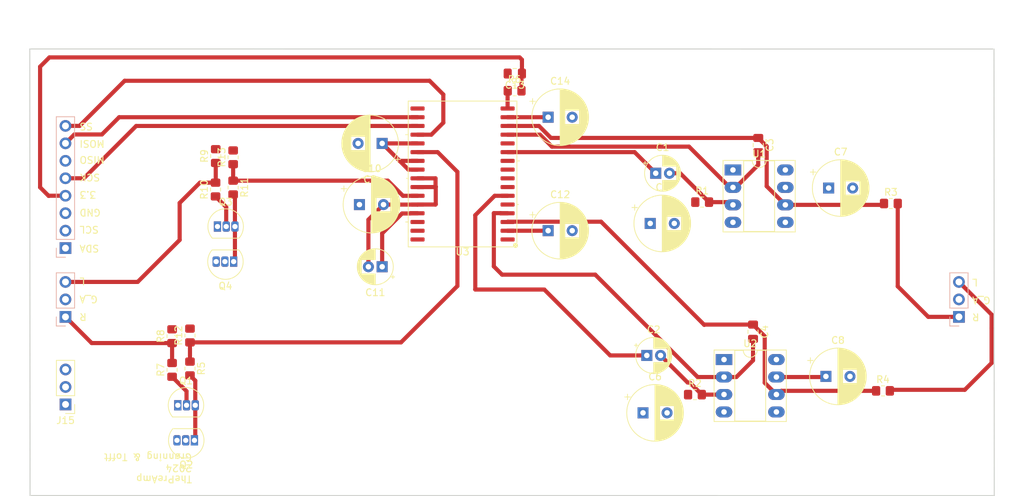
<source format=kicad_pcb>
(kicad_pcb (version 20240108) (generator "pcbnew") (generator_version "8.0")
  (title_block (comment 1 "Mounting holes 3.2 mm 5mm from edges"))
  (layers (0 "F.Cu" signal) (31 "B.Cu" signal) (34 "B.Paste" user) (35 "F.Paste" user) (36 "B.SilkS" user "B.Silkscreen") (37 "F.SilkS" user "F.Silkscreen") (38 "B.Mask" user) (39 "F.Mask" user) (44 "Edge.Cuts" user))
  (net 0 "")
  (net 1 "Net-(U1-+)")
  (net 2 "I2C:SCL")
  (net 3 "Audio L")
  (net 4 "Audio R")
  (net 5 "GNDA")
  (net 6 "I2C:SDA")
  (net 7 "Audio R out")
  (net 8 "Audio L out")
  (net 9 "SPI:SS")
  (net 10 "SPI:SCK")
  (net 11 "SPI:MOSI")
  (net 12 "SPI:MISO")
  (net 13 "R+")
  (net 14 "Net-(U2-+)")
  (net 15 "L+")
  (net 16 "R-")
  (net 17 "OUTR")
  (net 18 "OUTL")
  (net 19 "L-")
  (net 20 "-15V")
  (net 21 "+15V")
  (net 22 "Net-(U3-D_CAP)")
  (net 23 "Net-(U3-L_CAP)")
  (net 24 "+3V3")
  (net 25 "GNDD")
  (net 26 "Net-(U3-R_CAP)")
  (net 27 "Net-(Q1-S)")
  (net 28 "Net-(Q1-G)")
  (net 29 "Net-(Q3-S)")
  (net 30 "Net-(Q3-G)")
  (net 31 "Buffer R")
  (net 32 "Net-(U3-D_IN)")
  (net 33 "Buffer L")
  (footprint "PCM_Package_TO_SOT_THT_AKL:TO-92L_Inline" (layer "F.Cu") (at 114.05 53.08)
    (property "Reference" "Q3" (at 1.19 -3.56 360) (layer "F.SilkS"))
    (property "Value" "2SK170" (hide yes))
    (pad "1" thru_hole rect (at 0 0) (size 1.05 1.5) (drill 0.75) (layers "*.Cu" "*.Mask") (net 21 "+15V"))
    (pad "2" thru_hole roundrect (at 1.27 0) (size 1.05 1.5) (drill 0.75) (layers "*.Cu" "*.Mask") (net 30 "Net-(Q3-G)"))
    (pad "3" thru_hole roundrect (at 2.54 0) (size 1.05 1.5) (drill 0.75) (layers "*.Cu" "*.Mask") (net 29 "Net-(Q3-S)"))
  )
  (footprint "Connector_PinHeader_2.54mm:PinHeader_1x03_P2.54mm_Vertical" (layer "F.Cu") (at 91.95 78.955 180)
    (property "Reference" "J15" (at 0 -2.33 0) (layer "F.SilkS"))
    (property "Value" "Buffer Power")
    (pad "1" thru_hole rect (at 0 0 180) (size 1.7 1.7) (drill 1) (layers "*.Cu" "*.Mask") (net 21 "+15V"))
    (pad "2" thru_hole oval (at 0 2.54 180) (size 1.7 1.7) (drill 1) (layers "*.Cu" "*.Mask") (net 5 "GNDA"))
    (pad "3" thru_hole oval (at 0 5.08 180) (size 1.7 1.7) (drill 1) (layers "*.Cu" "*.Mask") (net 20 "-15V"))
  )
  (footprint "Capacitor_SMD:C_0805_2012Metric_Pad1.18x1.45mm_HandSolder" (layer "F.Cu") (at 157.3 30.83 180)
    (property "Reference" "C13" (at 0 -1.68 0) (layer "F.SilkS"))
    (property "Value" "0,1uF")
    (pad "1" smd roundrect (at -1.0375 0 180) (size 1.175 1.45) (layers "F.Cu" "F.Paste" "F.Mask") (roundrect_rratio 0.212766) (net 24 "+3V3"))
    (pad "2" smd roundrect (at 1.0375 0 180) (size 1.175 1.45) (layers "F.Cu" "F.Paste" "F.Mask") (roundrect_rratio 0.212766) (net 25 "GNDD"))
  )
  (footprint "Capacitor_SMD:C_0805_2012Metric_Pad1.18x1.45mm_HandSolder" (layer "F.Cu") (at 191.95 68.38 -90)
    (property "Reference" "C4" (at 0 -1.68 90) (layer "F.SilkS"))
    (property "Value" "10 pF")
    (pad "1" smd roundrect (at -1.0375 0 270) (size 1.175 1.45) (layers "F.Cu" "F.Paste" "F.Mask") (roundrect_rratio 0.212766) (net 18 "OUTL"))
    (pad "2" smd roundrect (at 1.0375 0 270) (size 1.175 1.45) (layers "F.Cu" "F.Paste" "F.Mask") (roundrect_rratio 0.212766) (net 19 "L-"))
  )
  (footprint "MountingHole:MountingHole_3.2mm_M3" (layer "F.Cu") (at 221.9 87.22 180)
    (property "Reference" "REF**" (hide yes))
    (property "Value" "MountingHole_3.2mm_M3")
    (pad "" np_thru_hole circle (at 0 0 180) (size 3.2 3.2) (drill 3.2) (layers "*.Cu" "*.Mask"))
  )
  (footprint "Resistor_SMD:R_0805_2012Metric_Pad1.20x1.40mm_HandSolder" (layer "F.Cu") (at 113.77 47.7 90)
    (property "Reference" "R10" (at 0 -1.65 90) (layer "F.SilkS"))
    (property "Value" "220")
    (pad "1" smd roundrect (at -1 0 90) (size 1.2 1.4) (layers "F.Cu" "F.Paste" "F.Mask") (roundrect_rratio 0.208333) (net 30 "Net-(Q3-G)"))
    (pad "2" smd roundrect (at 1 0 90) (size 1.2 1.4) (layers "F.Cu" "F.Paste" "F.Mask") (roundrect_rratio 0.208333) (net 3 "Audio L"))
  )
  (footprint "Resistor_SMD:R_0805_2012Metric_Pad1.20x1.40mm_HandSolder" (layer "F.Cu") (at 116.33 43.01 90)
    (property "Reference" "R13" (at 0 -1.65 90) (layer "F.SilkS"))
    (property "Value" "1M")
    (pad "1" smd roundrect (at -1 0 90) (size 1.2 1.4) (layers "F.Cu" "F.Paste" "F.Mask") (roundrect_rratio 0.208333) (net 33 "Buffer L"))
    (pad "2" smd roundrect (at 1 0 90) (size 1.2 1.4) (layers "F.Cu" "F.Paste" "F.Mask") (roundrect_rratio 0.208333) (net 5 "GNDA"))
  )
  (footprint "Resistor_SMD:R_0805_2012Metric_Pad1.20x1.40mm_HandSolder" (layer "F.Cu") (at 184.55 49.53)
    (property "Reference" "R1" (at 0 -1.65 0) (layer "F.SilkS"))
    (property "Value" "100K")
    (pad "1" smd roundrect (at -1 0) (size 1.2 1.4) (layers "F.Cu" "F.Paste" "F.Mask") (roundrect_rratio 0.208333) (net 5 "GNDA"))
    (pad "2" smd roundrect (at 1 0) (size 1.2 1.4) (layers "F.Cu" "F.Paste" "F.Mask") (roundrect_rratio 0.208333) (net 1 "Net-(U1-+)"))
  )
  (footprint "Capacitor_THT:CP_Radial_D8.0mm_P3.50mm" (layer "F.Cu") (at 138.005302 40.99 180)
    (property "Reference" "C9" (at 1.75 -5.25 0) (layer "F.SilkS"))
    (property "Value" "100 uf/25V")
    (pad "1" thru_hole rect (at 0 0 180) (size 1.6 1.6) (drill 0.8) (layers "*.Cu" "*.Mask") (net 21 "+15V"))
    (pad "2" thru_hole circle (at 3.5 0 180) (size 1.6 1.6) (drill 0.8) (layers "*.Cu" "*.Mask") (net 5 "GNDA"))
  )
  (footprint "MountingHole:MountingHole_3.2mm_M3" (layer "F.Cu") (at 91.9 87.22 180)
    (property "Reference" "REF**" (hide yes))
    (property "Value" "MountingHole_3.2mm_M3")
    (pad "" np_thru_hole circle (at 0 0 180) (size 3.2 3.2) (drill 3.2) (layers "F&B.Cu" "*.Mask"))
  )
  (footprint "PCM_Package_TO_SOT_THT_AKL:TO-92L_Inline" (layer "F.Cu") (at 116.4 58.18 180)
    (property "Reference" "Q4" (at 1.19 -3.56 360) (layer "F.SilkS"))
    (property "Value" "2SK170" (hide yes))
    (pad "1" thru_hole rect (at 0 0 180) (size 1.05 1.5) (drill 0.75) (layers "*.Cu" "*.Mask") (net 29 "Net-(Q3-S)"))
    (pad "2" thru_hole roundrect (at 1.27 0 180) (size 1.05 1.5) (drill 0.75) (layers "*.Cu" "*.Mask") (net 20 "-15V"))
    (pad "3" thru_hole roundrect (at 2.54 0 180) (size 1.05 1.5) (drill 0.75) (layers "*.Cu" "*.Mask") (net 20 "-15V"))
  )
  (footprint "Capacitor_THT:CP_Radial_D5.0mm_P2.00mm" (layer "F.Cu") (at 177.794888 45.33)
    (property "Reference" "C1" (at 1 -3.75 0) (layer "F.SilkS"))
    (property "Value" "10 uF")
    (pad "1" thru_hole rect (at 0 0) (size 1.6 1.6) (drill 0.8) (layers "*.Cu" "*.Mask") (net 13 "R+"))
    (pad "2" thru_hole circle (at 2 0) (size 1.6 1.6) (drill 0.8) (layers "*.Cu" "*.Mask") (net 1 "Net-(U1-+)"))
  )
  (footprint "Capacitor_THT:CP_Radial_D8.0mm_P3.50mm" (layer "F.Cu") (at 202.947349 47.48)
    (property "Reference" "C7" (at 1.75 -5.25 360) (layer "F.SilkS"))
    (property "Value" "100 uf/25V")
    (pad "1" thru_hole rect (at 0 0) (size 1.6 1.6) (drill 0.8) (layers "*.Cu" "*.Mask") (net 21 "+15V"))
    (pad "2" thru_hole circle (at 3.5 0) (size 1.6 1.6) (drill 0.8) (layers "*.Cu" "*.Mask") (net 5 "GNDA"))
  )
  (footprint "Resistor_SMD:R_0805_2012Metric_Pad1.20x1.40mm_HandSolder" (layer "F.Cu") (at 183.5 77.53)
    (property "Reference" "R2" (at 0 -1.65 360) (layer "F.SilkS"))
    (property "Value" "100K")
    (pad "1" smd roundrect (at -1 0) (size 1.2 1.4) (layers "F.Cu" "F.Paste" "F.Mask") (roundrect_rratio 0.208333) (net 5 "GNDA"))
    (pad "2" smd roundrect (at 1 0) (size 1.2 1.4) (layers "F.Cu" "F.Paste" "F.Mask") (roundrect_rratio 0.208333) (net 14 "Net-(U2-+)"))
  )
  (footprint "PCM_Package_TO_SOT_THT_AKL:TO-92L_Inline" (layer "F.Cu") (at 108.28 79.08)
    (property "Reference" "Q1" (at 1.19 -3.56 360) (layer "F.SilkS"))
    (property "Value" "2SK170" (hide yes))
    (pad "1" thru_hole rect (at 0 0) (size 1.05 1.5) (drill 0.75) (layers "*.Cu" "*.Mask") (net 21 "+15V"))
    (pad "2" thru_hole roundrect (at 1.27 0) (size 1.05 1.5) (drill 0.75) (layers "*.Cu" "*.Mask") (net 28 "Net-(Q1-G)"))
    (pad "3" thru_hole roundrect (at 2.54 0) (size 1.05 1.5) (drill 0.75) (layers "*.Cu" "*.Mask") (net 27 "Net-(Q1-S)"))
  )
  (footprint "Capacitor_THT:CP_Radial_D8.0mm_P3.50mm" (layer "F.Cu") (at 162.147349 37.18)
    (property "Reference" "C14" (at 1.75 -5.25 0) (layer "F.SilkS"))
    (property "Value" "100 uf/25V")
    (pad "1" thru_hole rect (at 0 0) (size 1.6 1.6) (drill 0.8) (layers "*.Cu" "*.Mask") (net 26 "Net-(U3-R_CAP)"))
    (pad "2" thru_hole circle (at 3.5 0) (size 1.6 1.6) (drill 0.8) (layers "*.Cu" "*.Mask") (net 5 "GNDA"))
  )
  (footprint "MountingHole:MountingHole_3.2mm_M3" (layer "F.Cu") (at 91.9 32.22 180)
    (property "Reference" "REF**" (hide yes))
    (property "Value" "MountingHole_3.2mm_M3")
    (pad "" np_thru_hole circle (at 0 0 180) (size 3.2 3.2) (drill 3.2) (layers "F&B.Cu" "*.Mask"))
  )
  (footprint "Capacitor_THT:CP_Radial_D8.0mm_P3.50mm" (layer "F.Cu") (at 176.997349 52.63)
    (property "Reference" "C5" (at 1.75 -5.25 0) (layer "F.SilkS"))
    (property "Value" "100 uf/25V")
    (pad "1" thru_hole rect (at 0 0) (size 1.6 1.6) (drill 0.8) (layers "*.Cu" "*.Mask") (net 5 "GNDA"))
    (pad "2" thru_hole circle (at 3.5 0) (size 1.6 1.6) (drill 0.8) (layers "*.Cu" "*.Mask") (net 20 "-15V"))
  )
  (footprint "PCM_Package_SO_AKL:SSOP-32_11.305x20.495mm_P1.27mm" (layer "F.Cu") (at 149.7 45.435 180)
    (property "Reference" "U3" (at 0 -11.3225 0) (layer "F.SilkS"))
    (property "Value" "Muses_72323" (hide yes))
    (pad "1" smd roundrect (at -6.55 -9.525 180) (size 2.05 0.6) (layers "F.Cu" "F.Paste" "F.Mask") (net 5 "GNDA"))
    (pad "2" smd roundrect (at -6.55 -8.255 180) (size 2.05 0.6) (layers "F.Cu" "F.Paste" "F.Mask") (net 23 "Net-(U3-L_CAP)"))
    (pad "3" smd roundrect (at -6.55 -6.985 180) (size 2.05 0.6) (layers "F.Cu" "F.Paste" "F.Mask") (net 18 "OUTL"))
    (pad "4" smd roundrect (at -6.55 -5.715 180) (size 2.05 0.6) (layers "F.Cu" "F.Paste" "F.Mask") (net 19 "L-"))
    (pad "5" smd roundrect (at -6.55 -4.445 180) (size 2.05 0.6) (layers "F.Cu" "F.Paste" "F.Mask") (net 5 "GNDA"))
    (pad "6" smd roundrect (at -6.55 -3.175 180) (size 2.05 0.6) (layers "F.Cu" "F.Paste" "F.Mask") (net 15 "L+"))
    (pad "7" smd roundrect (at -6.55 -1.905 180) (size 2.05 0.6) (layers "F.Cu" "F.Paste" "F.Mask") (net 5 "GNDA"))
    (pad "8" smd roundrect (at -6.55 -0.635 180) (size 2.05 0.6) (layers "F.Cu" "F.Paste" "F.Mask") (net 5 "GNDA"))
    (pad "9" smd roundrect (at -6.55 0.635 180) (size 2.05 0.6) (layers "F.Cu" "F.Paste" "F.Mask") (net 5 "GNDA"))
    (pad "10" smd roundrect (at -6.55 1.905 180) (size 2.05 0.6) (layers "F.Cu" "F.Paste" "F.Mask") (net 5 "GNDA"))
    (pad "11" smd roundrect (at -6.55 3.175 180) (size 2.05 0.6) (layers "F.Cu" "F.Paste" "F.Mask") (net 13 "R+"))
    (pad "12" smd roundrect (at -6.55 4.445 180) (size 2.05 0.6) (layers "F.Cu" "F.Paste" "F.Mask") (net 5 "GNDA"))
    (pad "13" smd roundrect (at -6.55 5.715 180) (size 2.05 0.6) (layers "F.Cu" "F.Paste" "F.Mask") (net 16 "R-"))
    (pad "14" smd roundrect (at -6.55 6.985 180) (size 2.05 0.6) (layers "F.Cu" "F.Paste" "F.Mask") (net 17 "OUTR"))
    (pad "15" smd roundrect (at -6.55 8.255 180) (size 2.05 0.6) (layers "F.Cu" "F.Paste" "F.Mask") (net 26 "Net-(U3-R_CAP)"))
    (pad "16" smd roundrect (at -6.55 9.525 180) (size 2.05 0.6) (layers "F.Cu" "F.Paste" "F.Mask") (net 32 "Net-(U3-D_IN)"))
    (pad "17" smd roundrect (at 6.55 9.525 180) (size 2.05 0.6) (layers "F.Cu" "F.Paste" "F.Mask"))
    (pad "18" smd roundrect (at 6.55 8.255 180) (size 2.05 0.6) (layers "F.Cu" "F.Paste" "F.Mask") (net 11 "SPI:MOSI"))
    (pad "19" smd roundrect (at 6.55 6.985 180) (size 2.05 0.6) (layers "F.Cu" "F.Paste" "F.Mask") (net 10 "SPI:SCK"))
    (pad "20" smd roundrect (at 6.55 5.715 180) (size 2.05 0.6) (layers "F.Cu" "F.Paste" "F.Mask") (net 9 "SPI:SS"))
    (pad "21" smd roundrect (at 6.55 4.445 180) (size 2.05 0.6) (layers "F.Cu" "F.Paste" "F.Mask") (net 21 "+15V"))
    (pad "22" smd roundrect (at 6.55 3.175 180) (size 2.05 0.6) (layers "F.Cu" "F.Paste" "F.Mask") (net 31 "Buffer R"))
    (pad "23" smd roundrect (at 6.55 1.905 180) (size 2.05 0.6) (layers "F.Cu" "F.Paste" "F.Mask") (net 21 "+15V"))
    (pad "24" smd roundrect (at 6.55 0.635 180) (size 2.05 0.6) (layers "F.Cu" "F.Paste" "F.Mask") (net 21 "+15V"))
    (pad "25" smd roundrect (at 6.55 -0.635 180) (size 2.05 0.6) (layers "F.Cu" "F.Paste" "F.Mask") (net 20 "-15V"))
    (pad "26" smd roundrect (at 6.55 -1.905 180) (size 2.05 0.6) (layers "F.Cu" "F.Paste" "F.Mask") (net 20 "-15V"))
    (pad "27" smd roundrect (at 6.55 -3.175 180) (size 2.05 0.6) (layers "F.Cu" "F.Paste" "F.Mask") (net 33 "Buffer L"))
    (pad "28" smd roundrect (at 6.55 -4.445 180) (size 2.05 0.6) (layers "F.Cu" "F.Paste" "F.Mask") (net 20 "-15V"))
    (pad "29" smd roundrect (at 6.55 -5.715 180) (size 2.05 0.6) (layers "F.Cu" "F.Paste" "F.Mask") (net 22 "Net-(U3-D_CAP)"))
    (pad "30" smd roundrect (at 6.55 -6.985 180) (size 2.05 0.6) (layers "F.Cu" "F.Paste" "F.Mask") (net 25 "GNDD"))
    (pad "31" smd roundrect (at 6.55 -8.255 180) (size 2.05 0.6) (layers "F.Cu" "F.Paste" "F.Mask") (net 25 "GNDD"))
    (pad "32" smd roundrect (at 6.55 -9.525 180) (size 2.05 0.6) (layers "F.Cu" "F.Paste" "F.Mask") (net 25 "GNDD"))
  )
  (footprint "Capacitor_THT:CP_Radial_D5.0mm_P2.00mm" (layer "F.Cu") (at 138.005302 58.93 180)
    (property "Reference" "C11" (at 1 -3.75 180) (layer "F.SilkS"))
    (property "Value" "10 uf/50V")
    (pad "1" thru_hole rect (at 0 0 180) (size 1.6 1.6) (drill 0.8) (layers "*.Cu" "*.Mask") (net 22 "Net-(U3-D_CAP)"))
    (pad "2" thru_hole circle (at 2 0 180) (size 1.6 1.6) (drill 0.8) (layers "*.Cu" "*.Mask") (net 20 "-15V"))
  )
  (footprint "Package_DIP:DIP-8_W7.62mm_Socket_LongPads" (layer "F.Cu") (at 189.03 44.85)
    (property "Reference" "U1" (at 3.81 -2.33 0) (layer "F.SilkS"))
    (property "Value" "NE5534")
    (pad "1" thru_hole rect (at 0 0) (size 2.4 1.6) (drill 0.8) (layers "*.Cu" "*.Mask"))
    (pad "2" thru_hole oval (at 0 2.54) (size 2.4 1.6) (drill 0.8) (layers "*.Cu" "*.Mask") (net 16 "R-"))
    (pad "3" thru_hole oval (at 0 5.08) (size 2.4 1.6) (drill 0.8) (layers "*.Cu" "*.Mask") (net 1 "Net-(U1-+)"))
    (pad "4" thru_hole oval (at 0 7.62) (size 2.4 1.6) (drill 0.8) (layers "*.Cu" "*.Mask") (net 20 "-15V"))
    (pad "5" thru_hole oval (at 7.62 7.62) (size 2.4 1.6) (drill 0.8) (layers "*.Cu" "*.Mask"))
    (pad "6" thru_hole oval (at 7.62 5.08) (size 2.4 1.6) (drill 0.8) (layers "*.Cu" "*.Mask") (net 17 "OUTR"))
    (pad "7" thru_hole oval (at 7.62 2.54) (size 2.4 1.6) (drill 0.8) (layers "*.Cu" "*.Mask") (net 21 "+15V"))
    (pad "8" thru_hole oval (at 7.62 0) (size 2.4 1.6) (drill 0.8) (layers "*.Cu" "*.Mask"))
  )
  (footprint "Capacitor_THT:CP_Radial_D8.0mm_P3.50mm" (layer "F.Cu") (at 134.7 49.89)
    (property "Reference" "C10" (at 1.75 -5.25 0) (layer "F.SilkS"))
    (property "Value" "100 uf/25V")
    (pad "1" thru_hole rect (at 0 0) (size 1.6 1.6) (drill 0.8) (layers "*.Cu" "*.Mask") (net 5 "GNDA"))
    (pad "2" thru_hole circle (at 3.5 0) (size 1.6 1.6) (drill 0.8) (layers "*.Cu" "*.Mask") (net 20 "-15V"))
  )
  (footprint "Resistor_SMD:R_0805_2012Metric_Pad1.20x1.40mm_HandSolder" (layer "F.Cu") (at 107.45 73.93 90)
    (property "Reference" "R7" (at 0 -1.65 90) (layer "F.SilkS"))
    (property "Value" "220")
    (pad "1" smd roundrect (at -1 0 90) (size 1.2 1.4) (layers "F.Cu" "F.Paste" "F.Mask") (roundrect_rratio 0.208333) (net 28 "Net-(Q1-G)"))
    (pad "2" smd roundrect (at 1 0 90) (size 1.2 1.4) (layers "F.Cu" "F.Paste" "F.Mask") (roundrect_rratio 0.208333) (net 4 "Audio R"))
  )
  (footprint "Resistor_SMD:R_0805_2012Metric_Pad1.20x1.40mm_HandSolder" (layer "F.Cu") (at 107.45 69.03 90)
    (property "Reference" "R8" (at 0 -1.65 90) (layer "F.SilkS"))
    (property "Value" "220K")
    (pad "1" smd roundrect (at -1 0 90) (size 1.2 1.4) (layers "F.Cu" "F.Paste" "F.Mask") (roundrect_rratio 0.208333) (net 4 "Audio R"))
    (pad "2" smd roundrect (at 1 0 90) (size 1.2 1.4) (layers "F.Cu" "F.Paste" "F.Mask") (roundrect_rratio 0.208333) (net 5 "GNDA"))
  )
  (footprint "Resistor_SMD:R_0805_2012Metric_Pad1.20x1.40mm_HandSolder" (layer "F.Cu") (at 110.05 68.93 90)
    (property "Reference" "R12" (at 0 -1.65 90) (layer "F.SilkS"))
    (property "Value" "1M")
    (pad "1" smd roundrect (at -1 0 90) (size 1.2 1.4) (layers "F.Cu" "F.Paste" "F.Mask") (roundrect_rratio 0.208333) (net 31 "Buffer R"))
    (pad "2" smd roundrect (at 1 0 90) (size 1.2 1.4) (layers "F.Cu" "F.Paste" "F.Mask") (roundrect_rratio 0.208333) (net 5 "GNDA"))
  )
  (footprint "Capacitor_THT:CP_Radial_D8.0mm_P3.50mm" (layer "F.Cu") (at 162.147349 53.68)
    (property "Reference" "C12" (at 1.75 -5.25 0) (layer "F.SilkS"))
    (property "Value" "100 uf/25V")
    (pad "1" thru_hole rect (at 0 0) (size 1.6 1.6) (drill 0.8) (layers "*.Cu" "*.Mask") (net 23 "Net-(U3-L_CAP)"))
    (pad "2" thru_hole circle (at 3.5 0) (size 1.6 1.6) (drill 0.8) (layers "*.Cu" "*.Mask") (net 5 "GNDA"))
  )
  (footprint "Resistor_SMD:R_0805_2012Metric_Pad1.20x1.40mm_HandSolder" (layer "F.Cu") (at 110.05 73.73 -90)
    (property "Reference" "R5" (at 0 -1.65 90) (layer "F.SilkS"))
    (property "Value" "220")
    (pad "1" smd roundrect (at -1 0 270) (size 1.2 1.4) (layers "F.Cu" "F.Paste" "F.Mask") (roundrect_rratio 0.208333) (net 31 "Buffer R"))
    (pad "2" smd roundrect (at 1 0 270) (size 1.2 1.4) (layers "F.Cu" "F.Paste" "F.Mask") (roundrect_rratio 0.208333) (net 27 "Net-(Q1-S)"))
  )
  (footprint "Capacitor_SMD:C_0805_2012Metric_Pad1.18x1.45mm_HandSolder" (layer "F.Cu") (at 192.7125 41.23 -90)
    (property "Reference" "C3" (at 0 -1.68 90) (layer "F.SilkS"))
    (property "Value" "10 pF")
    (pad "1" smd roundrect (at -1.0375 0 270) (size 1.175 1.45) (layers "F.Cu" "F.Paste" "F.Mask") (roundrect_rratio 0.212766) (net 17 "OUTR"))
    (pad "2" smd roundrect (at 1.0375 0 270) (size 1.175 1.45) (layers "F.Cu" "F.Paste" "F.Mask") (roundrect_rratio 0.212766) (net 16 "R-"))
  )
  (footprint "Capacitor_THT:CP_Radial_D8.0mm_P3.50mm" (layer "F.Cu") (at 175.947349 80.18)
    (property "Reference" "C6" (at 1.75 -5.25 0) (layer "F.SilkS"))
    (property "Value" "100 uf/25V")
    (pad "1" thru_hole rect (at 0 0) (size 1.6 1.6) (drill 0.8) (layers "*.Cu" "*.Mask") (net 5 "GNDA"))
    (pad "2" thru_hole circle (at 3.5 0) (size 1.6 1.6) (drill 0.8) (layers "*.Cu" "*.Mask") (net 20 "-15V"))
  )
  (footprint "Resistor_SMD:R_0805_2012Metric_Pad1.20x1.40mm_HandSolder" (layer "F.Cu") (at 116.33 47.41 -90)
    (property "Reference" "R11" (at 0 -1.65 90) (layer "F.SilkS"))
    (property "Value" "220")
    (pad "1" smd roundrect (at -1 0 270) (size 1.2 1.4) (layers "F.Cu" "F.Paste" "F.Mask") (roundrect_rratio 0.208333) (net 33 "Buffer L"))
    (pad "2" smd roundrect (at 1 0 270) (size 1.2 1.4) (layers "F.Cu" "F.Paste" "F.Mask") (roundrect_rratio 0.208333) (net 29 "Net-(Q3-S)"))
  )
  (footprint "Resistor_SMD:R_0805_2012Metric_Pad1.20x1.40mm_HandSolder" (layer "F.Cu") (at 157.27 33.33)
    (property "Reference" "R6" (at 0 -1.65 0) (layer "F.SilkS"))
    (property "Value" "10")
    (pad "1" smd roundrect (at -1 0) (size 1.2 1.4) (layers "F.Cu" "F.Paste" "F.Mask") (roundrect_rratio 0.208333) (net 32 "Net-(U3-D_IN)"))
    (pad "2" smd roundrect (at 1 0) (size 1.2 1.4) (layers "F.Cu" "F.Paste" "F.Mask") (roundrect_rratio 0.208333) (net 24 "+3V3"))
  )
  (footprint "Capacitor_THT:CP_Radial_D5.0mm_P2.00mm" (layer "F.Cu") (at 176.5 71.83)
    (property "Reference" "C2" (at 1 -3.75 0) (layer "F.SilkS"))
    (property "Value" "10 uF")
    (pad "1" thru_hole rect (at 0 0) (size 1.6 1.6) (drill 0.8) (layers "*.Cu" "*.Mask") (net 15 "L+"))
    (pad "2" thru_hole circle (at 2 0) (size 1.6 1.6) (drill 0.8) (layers "*.Cu" "*.Mask") (net 14 "Net-(U2-+)"))
  )
  (footprint "Resistor_SMD:R_0805_2012Metric_Pad1.20x1.40mm_HandSolder" (layer "F.Cu") (at 212 49.73)
    (property "Reference" "R3" (at 0 -1.65 0) (layer "F.SilkS"))
    (property "Value" "47")
    (pad "1" smd roundrect (at -1 0) (size 1.2 1.4) (layers "F.Cu" "F.Paste" "F.Mask") (roundrect_rratio 0.208333) (net 17 "OUTR"))
    (pad "2" smd roundrect (at 1 0) (size 1.2 1.4) (layers "F.Cu" "F.Paste" "F.Mask") (roundrect_rratio 0.208333) (net 7 "Audio R out"))
  )
  (footprint "PCM_Package_TO_SOT_THT_AKL:TO-92L_Inline" (layer "F.Cu") (at 110.7 84.18 180)
    (property "Reference" "Q2" (at 1.19 -3.56 360) (layer "F.SilkS"))
    (property "Value" "2SK170" (hide yes))
    (pad "1" thru_hole rect (at 0 0 180) (size 1.05 1.5) (drill 0.75) (layers "*.Cu" "*.Mask") (net 27 "Net-(Q1-S)"))
    (pad "2" thru_hole roundrect (at 1.27 0 180) (size 1.05 1.5) (drill 0.75) (layers "*.Cu" "*.Mask") (net 20 "-15V"))
    (pad "3" thru_hole roundrect (at 2.54 0 180) (size 1.05 1.5) (drill 0.75) (layers "*.Cu" "*.Mask") (net 20 "-15V"))
  )
  (footprint "Capacitor_THT:CP_Radial_D8.0mm_P3.50mm" (layer "F.Cu") (at 202.55 74.88)
    (property "Reference" "C8" (at 1.75 -5.25 0) (layer "F.SilkS"))
    (property "Value" "100 uf/25V")
    (pad "1" thru_hole rect (at 0 0) (size 1.6 1.6) (drill 0.8) (layers "*.Cu" "*.Mask") (net 21 "+15V"))
    (pad "2" thru_hole circle (at 3.5 0) (size 1.6 1.6) (drill 0.8) (layers "*.Cu" "*.Mask") (net 5 "GNDA"))
  )
  (footprint "Package_DIP:DIP-8_W7.62mm_Socket_LongPads" (layer "F.Cu") (at 187.73 72.43)
    (property "Reference" "U2" (at 3.81 -2.33 0) (layer "F.SilkS"))
    (property "Value" "NE5534")
    (pad "1" thru_hole rect (at 0 0) (size 2.4 1.6) (drill 0.8) (layers "*.Cu" "*.Mask"))
    (pad "2" thru_hole oval (at 0 2.54) (size 2.4 1.6) (drill 0.8) (layers "*.Cu" "*.Mask") (net 19 "L-"))
    (pad "3" thru_hole oval (at 0 5.08) (size 2.4 1.6) (drill 0.8) (layers "*.Cu" "*.Mask") (net 14 "Net-(U2-+)"))
    (pad "4" thru_hole oval (at 0 7.62) (size 2.4 1.6) (drill 0.8) (layers "*.Cu" "*.Mask") (net 20 "-15V"))
    (pad "5" thru_hole oval (at 7.62 7.62) (size 2.4 1.6) (drill 0.8) (layers "*.Cu" "*.Mask"))
    (pad "6" thru_hole oval (at 7.62 5.08) (size 2.4 1.6) (drill 0.8) (layers "*.Cu" "*.Mask") (net 18 "OUTL"))
    (pad "7" thru_hole oval (at 7.62 2.54) (size 2.4 1.6) (drill 0.8) (layers "*.Cu" "*.Mask") (net 21 "+15V"))
    (pad "8" thru_hole oval (at 7.62 0) (size 2.4 1.6) (drill 0.8) (layers "*.Cu" "*.Mask"))
  )
  (footprint "MountingHole:MountingHole_3.2mm_M3" (layer "F.Cu") (at 221.9 32.22 180)
    (property "Reference" "REF**" (hide yes))
    (property "Value" "MountingHole_3.2mm_M3")
    (pad "" np_thru_hole circle (at 0 0 180) (size 3.2 3.2) (drill 3.2) (layers "*.Cu" "*.Mask"))
  )
  (footprint "Resistor_SMD:R_0805_2012Metric_Pad1.20x1.40mm_HandSolder" (layer "F.Cu") (at 113.8 42.83 90)
    (property "Reference" "R9" (at 0 -1.65 90) (layer "F.SilkS"))
    (property "Value" "220K")
    (pad "1" smd roundrect (at -1 0 90) (size 1.2 1.4) (layers "F.Cu" "F.Paste" "F.Mask") (roundrect_rratio 0.208333) (net 3 "Audio L"))
    (pad "2" smd roundrect (at 1 0 90) (size 1.2 1.4) (layers "F.Cu" "F.Paste" "F.Mask") (roundrect_rratio 0.208333) (net 5 "GNDA"))
  )
  (footprint "Resistor_SMD:R_0805_2012Metric_Pad1.20x1.40mm_HandSolder" (layer "F.Cu") (at 210.85 76.98)
    (property "Reference" "R4" (at 0 -1.65 0) (layer "F.SilkS"))
    (property "Value" "47")
    (pad "1" smd roundrect (at -1 0) (size 1.2 1.4) (layers "F.Cu" "F.Paste" "F.Mask") (roundrect_rratio 0.208333) (net 18 "OUTL"))
    (pad "2" smd roundrect (at 1 0) (size 1.2 1.4) (layers "F.Cu" "F.Paste" "F.Mask") (roundrect_rratio 0.208333) (net 8 "Audio L out"))
  )
  (footprint "Connector_PinHeader_2.54mm:PinHeader_1x03_P2.54mm_Vertical" (layer "B.Cu") (at 91.94 66.22)
    (property "Reference" "J1" (hide yes))
    (property "Value" "Audio In")
    (pad "1" thru_hole rect (at 0 0) (size 1.7 1.7) (drill 1) (layers "*.Cu" "*.Mask") (net 4 "Audio R"))
    (pad "2" thru_hole oval (at 0 -2.54) (size 1.7 1.7) (drill 1) (layers "*.Cu" "*.Mask") (net 5 "GNDA"))
    (pad "3" thru_hole oval (at 0 -5.08) (size 1.7 1.7) (drill 1) (layers "*.Cu" "*.Mask") (net 3 "Audio L"))
  )
  (footprint "Connector_PinHeader_2.54mm:PinHeader_1x03_P2.54mm_Vertical" (layer "B.Cu") (at 221.9 66.22)
    (property "Reference" "J2" (hide yes))
    (property "Value" "Audio Out")
    (pad "1" thru_hole rect (at 0 0) (size 1.7 1.7) (drill 1) (layers "*.Cu" "*.Mask") (net 7 "Audio R out"))
    (pad "2" thru_hole oval (at 0 -2.54) (size 1.7 1.7) (drill 1) (layers "*.Cu" "*.Mask") (net 5 "GNDA"))
    (pad "3" thru_hole oval (at 0 -5.08) (size 1.7 1.7) (drill 1) (layers "*.Cu" "*.Mask") (net 8 "Audio L out"))
  )
  (footprint "Connector_PinHeader_2.54mm:PinHeader_1x08_P2.54mm_Vertical" (layer "B.Cu") (at 91.94 56.22)
    (property "Reference" "J4" (hide yes))
    (property "Value" "Digital In")
    (pad "1" thru_hole rect (at 0 0) (size 1.7 1.7) (drill 1) (layers "*.Cu" "*.Mask") (net 6 "I2C:SDA"))
    (pad "2" thru_hole oval (at 0 -2.54) (size 1.7 1.7) (drill 1) (layers "*.Cu" "*.Mask") (net 2 "I2C:SCL"))
    (pad "3" thru_hole oval (at 0 -5.08) (size 1.7 1.7) (drill 1) (layers "*.Cu" "*.Mask") (net 25 "GNDD"))
    (pad "4" thru_hole oval (at 0 -7.62) (size 1.7 1.7) (drill 1) (layers "*.Cu" "*.Mask") (net 24 "+3V3"))
    (pad "5" thru_hole oval (at 0 -10.16) (size 1.7 1.7) (drill 1) (layers "*.Cu" "*.Mask") (net 10 "SPI:SCK"))
    (pad "6" thru_hole oval (at 0 -12.7) (size 1.7 1.7) (drill 1) (layers "*.Cu" "*.Mask") (net 12 "SPI:MISO"))
    (pad "7" thru_hole oval (at 0 -15.24) (size 1.7 1.7) (drill 1) (layers "*.Cu" "*.Mask") (net 11 "SPI:MOSI"))
    (pad "8" thru_hole oval (at 0 -17.78) (size 1.7 1.7) (drill 1) (layers "*.Cu" "*.Mask") (net 9 "SPI:SS"))
  )
  (gr_line (start 227.04 92.22) (end 86.79 92.21) (stroke (width 0.15)) (layer "Edge.Cuts"))
  (gr_line (start 86.75 27.25) (end 227 27.26) (stroke (width 0.15)) (layer "Edge.Cuts"))
  (gr_line (start 86.75 27.25) (end 86.79 92.21) (stroke (width 0.15)) (layer "Edge.Cuts"))
  (gr_line (start 227 27.26) (end 227.04 92.22) (stroke (width 0.15)) (layer "Edge.Cuts"))
  (gr_text "R" (at 95.097857 65.6115 180) (layer "F.SilkS") (effects (font (size 1 1)) (justify left bottom)))
  (gr_text "GND" (at 97.145476 50.439099 180) (layer "F.SilkS") (effects (font (size 1 1)) (justify left bottom)))
  (gr_text "MISO" (at 97.716904 42.768299 180) (layer "F.SilkS") (effects (font (size 1 1)) (justify left bottom)))
  (gr_text "SDA" (at 96.907381 55.6715 180) (layer "F.SilkS") (effects (font (size 1 1)) (justify left bottom)))
  (gr_text "ThePreAmp\n2024 \nGrønning & Tofft" (at 110.43 86.01 180) (layer "F.SilkS") (effects (font (size 1 1)) (justify left bottom)))
  (gr_text "G_A" (at 226.573848 63.2017 180) (layer "F.SilkS") (effects (font (size 1 1)) (justify left bottom)))
  (gr_text "R" (at 224.95 65.6465 180) (layer "F.SilkS") (effects (font (size 1 1)) (justify left bottom)))
  (gr_text "3.3" (at 96.478809 47.8483 180) (layer "F.SilkS") (effects (font (size 1 1)) (justify left bottom)))
  (gr_text "MOSI" (at 97.716904 40.431499 180) (layer "F.SilkS") (effects (font (size 1 1)) (justify left bottom)))
  (gr_text "L" (at 94.907381 60.4415 180) (layer "F.SilkS") (effects (font (size 1 1)) (justify left bottom)))
  (gr_text "G_A" (at 96.716905 63.0615 180) (layer "F.SilkS") (effects (font (size 1 1)) (justify left bottom)))
  (gr_text "L" (at 224.749524 60.6165 180) (layer "F.SilkS") (effects (font (size 1 1)) (justify left bottom)))
  (gr_text "SCL" (at 96.859762 52.928299 180) (layer "F.SilkS") (effects (font (size 1 1)) (justify left bottom)))
  (gr_text "SS" (at 96.002619 37.9169 180) (layer "F.SilkS") (effects (font (size 1 1)) (justify left bottom)))
  (gr_text "SCK" (at 97.050238 45.333699 180) (layer "F.SilkS") (effects (font (size 1 1)) (justify left bottom)))
  (segment (start 185.55 49.53) (end 188.63 49.53) (width 0.6) (layer "F.Cu") (net 1))
  (segment (start 188.63 49.53) (end 189.03 49.93) (width 0.6) (layer "F.Cu") (net 1))
  (segment (start 181.35 45.33) (end 185.55 49.53) (width 0.6) (layer "F.Cu") (net 1))
  (segment (start 179.794888 45.33) (end 181.35 45.33) (width 0.6) (layer "F.Cu") (net 1))
  (segment (start 113.8 43.83) (end 113.8 46.67) (width 0.6) (layer "F.Cu") (net 3))
  (segment (start 108.55 55.03) (end 108.55 49.65) (width 0.6) (layer "F.Cu") (net 3))
  (segment (start 102.44 61.14) (end 108.55 55.03) (width 0.6) (layer "F.Cu") (net 3))
  (segment (start 111.5 46.7) (end 113.77 46.7) (width 0.6) (layer "F.Cu") (net 3))
  (segment (start 113.8 46.67) (end 113.77 46.7) (width 0.6) (layer "F.Cu") (net 3))
  (segment (start 91.94 61.14) (end 102.44 61.14) (width 0.6) (layer "F.Cu") (net 3))
  (segment (start 108.55 49.65) (end 111.5 46.7) (width 0.6) (layer "F.Cu") (net 3))
  (segment (start 107.45 70.03) (end 95.75 70.03) (width 0.6) (layer "F.Cu") (net 4))
  (segment (start 95.75 70.03) (end 91.94 66.22) (width 0.6) (layer "F.Cu") (net 4))
  (segment (start 107.45 70.03) (end 107.45 72.93) (width 0.6) (layer "F.Cu") (net 4))
  (segment (start 213 49.73) (end 213 61.78) (width 0.6) (layer "F.Cu") (net 7))
  (segment (start 213 61.78) (end 217.44 66.22) (width 0.6) (layer "F.Cu") (net 7))
  (segment (start 217.44 66.22) (end 221.9 66.22) (width 0.6) (layer "F.Cu") (net 7))
  (segment (start 226.648786 65.888786) (end 221.9 61.14) (width 0.6) (layer "F.Cu") (net 8))
  (segment (start 226.65 72.93) (end 226.65 67.860088) (width 0.6) (layer "F.Cu") (net 8))
  (segment (start 211.85 76.98) (end 211.998804 76.831196) (width 0.6) (layer "F.Cu") (net 8))
  (segment (start 211.998804 76.831196) (end 222.748804 76.831196) (width 0.6) (layer "F.Cu") (net 8))
  (segment (start 222.748804 76.831196) (end 226.65 72.93) (width 0.6) (layer "F.Cu") (net 8))
  (segment (start 226.65 67.860088) (end 226.648786 65.888786) (width 0.6) (layer "F.Cu") (net 8))
  (segment (start 100.55 31.88) (end 144.9 31.88) (width 0.6) (layer "F.Cu") (net 9))
  (segment (start 144.9 31.88) (end 146.9 33.88) (width 0.6) (layer "F.Cu") (net 9))
  (segment (start 146.9 37.98) (end 145.16 39.72) (width 0.6) (layer "F.Cu") (net 9))
  (segment (start 145.16 39.72) (end 143.15 39.72) (width 0.6) (layer "F.Cu") (net 9))
  (segment (start 93.99 38.44) (end 100.55 31.88) (width 0.6) (layer "F.Cu") (net 9))
  (segment (start 146.9 33.88) (end 146.9 37.98) (width 0.6) (layer "F.Cu") (net 9))
  (segment (start 91.94 38.44) (end 93.99 38.44) (width 0.6) (layer "F.Cu") (net 9))
  (segment (start 102.23 38.45) (end 143.15 38.45) (width 0.6) (layer "F.Cu") (net 10))
  (segment (start 94.62 46.06) (end 102.23 38.45) (width 0.6) (layer "F.Cu") (net 10))
  (segment (start 91.94 46.06) (end 94.62 46.06) (width 0.6) (layer "F.Cu") (net 10))
  (segment (start 91.94 40.98) (end 93.23 39.69) (width 0.6) (layer "F.Cu") (net 11))
  (segment (start 93.23 39.69) (end 97.24 39.69) (width 0.6) (layer "F.Cu") (net 11))
  (segment (start 99.75 37.18) (end 143.15 37.18) (width 0.6) (layer "F.Cu") (net 11))
  (segment (start 97.24 39.69) (end 99.75 37.18) (width 0.6) (layer "F.Cu") (net 11))
  (segment (start 174.724888 42.26) (end 156.25 42.26) (width 0.6) (layer "F.Cu") (net 13))
  (segment (start 177.794888 45.33) (end 174.724888 42.26) (width 0.6) (layer "F.Cu") (net 13))
  (segment (start 178.5 71.83) (end 182.44 75.77) (width 0.6) (layer "F.Cu") (net 14))
  (segment (start 182.44 75.77) (end 182.74 75.77) (width 0.6) (layer "F.Cu") (net 14))
  (segment (start 184.5 77.53) (end 187.71 77.53) (width 0.6) (layer "F.Cu") (net 14))
  (segment (start 187.71 77.53) (end 187.73 77.51) (width 0.6) (layer "F.Cu") (net 14))
  (segment (start 182.74 75.77) (end 184.5 77.53) (width 0.6) (layer "F.Cu") (net 14))
  (segment (start 151.55 62.23) (end 151.55 51.43) (width 0.6) (layer "F.Cu") (net 15))
  (segment (start 161.585803 62.244197) (end 151.564197 62.244197) (width 0.6) (layer "F.Cu") (net 15))
  (segment (start 151.55 51.43) (end 154.37 48.61) (width 0.6) (layer "F.Cu") (net 15))
  (segment (start 171.171606 71.83) (end 176.5 71.83) (width 0.6) (layer "F.Cu") (net 15))
  (segment (start 151.564197 62.244197) (end 151.55 62.23) (width 0.6) (layer "F.Cu") (net 15))
  (segment (start 161.585803 62.244197) (end 171.171606 71.83) (width 0.6) (layer "F.Cu") (net 15))
  (segment (start 156.25 48.61) (end 154.37 48.61) (width 0.6) (layer "F.Cu") (net 15))
  (segment (start 156.25 39.72) (end 160.955979 39.72) (width 0.6) (layer "F.Cu") (net 16))
  (segment (start 192.7 44.12) (end 192.7 42.98) (width 0.6) (layer "F.Cu") (net 16))
  (segment (start 189.43 47.39) (end 192.7 44.12) (width 0.6) (layer "F.Cu") (net 16))
  (segment (start 189.03 47.39) (end 189.43 47.39) (width 0.6) (layer "F.Cu") (net 16))
  (segment (start 162.695979 41.46) (end 182.64 41.46) (width 0.6) (layer "F.Cu") (net 16))
  (segment (start 182.64 41.46) (end 188.57 47.39) (width 0.6) (layer "F.Cu") (net 16))
  (segment (start 192.7 42.98) (end 192.7125 42.9675) (width 0.6) (layer "F.Cu") (net 16))
  (segment (start 160.955979 39.72) (end 162.695979 41.46) (width 0.6) (layer "F.Cu") (net 16))
  (segment (start 188.57 47.39) (end 189.03 47.39) (width 0.6) (layer "F.Cu") (net 16))
  (segment (start 192.7125 42.9675) (end 192.7125 42.2675) (width 0.6) (layer "F.Cu") (net 16))
  (segment (start 192.7125 40.1925) (end 162.559849 40.1925) (width 0.6) (layer "F.Cu") (net 17))
  (segment (start 160.817349 38.45) (end 156.25 38.45) (width 0.6) (layer "F.Cu") (net 17))
  (segment (start 193.9375 41.4175) (end 192.7125 40.1925) (width 0.6) (layer "F.Cu") (net 17))
  (segment (start 210.8 49.93) (end 211 49.73) (width 0.6) (layer "F.Cu") (net 17))
  (segment (start 162.559849 40.1925) (end 160.817349 38.45) (width 0.6) (layer "F.Cu") (net 17))
  (segment (start 196.65 49.93) (end 210.8 49.93) (width 0.6) (layer "F.Cu") (net 17))
  (segment (start 193.9375 47.2175) (end 193.9375 41.4175) (width 0.6) (layer "F.Cu") (net 17))
  (segment (start 196.65 49.93) (end 193.9375 47.2175) (width 0.6) (layer "F.Cu") (net 17))
  (segment (start 196.06 76.98) (end 209.85 76.98) (width 0.6) (layer "F.Cu") (net 18))
  (segment (start 156.29 52.38) (end 169.85 52.38) (width 0.6) (layer "F.Cu") (net 18))
  (segment (start 184.8875 67.3425) (end 191.95 67.3425) (width 0.6) (layer "F.Cu") (net 18))
  (segment (start 195.53 77.51) (end 196.06 76.98) (width 0.6) (layer "F.Cu") (net 18))
  (segment (start 169.85 52.38) (end 184.85 67.38) (width 0.6) (layer "F.Cu") (net 18))
  (segment (start 193.65 75.81) (end 195.35 77.51) (width 0.6) (layer "F.Cu") (net 18))
  (segment (start 184.85 67.38) (end 184.8875 67.3425) (width 0.6) (layer "F.Cu") (net 18))
  (segment (start 156.25 52.42) (end 156.29 52.38) (width 0.6) (layer "F.Cu") (net 18))
  (segment (start 195.35 77.51) (end 195.53 77.51) (width 0.6) (layer "F.Cu") (net 18))
  (segment (start 191.95 67.3425) (end 193.65 69.0425) (width 0.6) (layer "F.Cu") (net 18))
  (segment (start 193.65 69.0425) (end 193.65 75.81) (width 0.6) (layer "F.Cu") (net 18))
  (segment (start 155.205001 51.13) (end 154.25 51.13) (width 0.6) (layer "F.Cu") (net 19))
  (segment (start 155.45 60.08) (end 169 60.08) (width 0.6) (layer "F.Cu") (net 19))
  (segment (start 189.53 74.97) (end 187.73 74.97) (width 0.6) (layer "F.Cu") (net 19))
  (segment (start 183.89 74.97) (end 187.73 74.97) (width 0.6) (layer "F.Cu") (net 19))
  (segment (start 191.95 72.55) (end 189.53 74.97) (width 0.6) (layer "F.Cu") (net 19))
  (segment (start 191.95 69.4175) (end 191.95 72.55) (width 0.6) (layer "F.Cu") (net 19))
  (segment (start 154.25 58.88) (end 155.45 60.08) (width 0.6) (layer "F.Cu") (net 19))
  (segment (start 154.25 51.13) (end 154.25 58.88) (width 0.6) (layer "F.Cu") (net 19))
  (segment (start 169 60.08) (end 183.89 74.97) (width 0.6) (layer "F.Cu") (net 19))
  (segment (start 155.225001 51.15) (end 155.205001 51.13) (width 0.6) (layer "F.Cu") (net 19))
  (segment (start 156.25 51.15) (end 155.225001 51.15) (width 0.6) (layer "F.Cu") (net 19))
  (segment (start 143.14 49.89) (end 143.15 49.88) (width 0.6) (layer "F.Cu") (net 20))
  (segment (start 136.005302 52.084698) (end 138.2 49.89) (width 0.6) (layer "F.Cu") (net 20))
  (segment (start 143.15 47.34) (end 145.75 47.34) (width 0.6) (layer "F.Cu") (net 20))
  (segment (start 145.75 47.34) (end 145.8 47.29) (width 0.6) (layer "F.Cu") (net 20))
  (segment (start 145.8 47.29) (end 145.77 47.26) (width 0.6) (layer "F.Cu") (net 20))
  (segment (start 138.097349 49.89) (end 143.14 49.89) (width 0.6) (layer "F.Cu") (net 20))
  (segment (start 145.75 49.89) (end 145.8 49.84) (width 0.6) (layer "F.Cu") (net 20))
  (segment (start 145.74 49.88) (end 145.75 49.89) (width 0.6) (layer "F.Cu") (net 20))
  (segment (start 143.15 46.07) (end 145.77 46.07) (width 0.6) (layer "F.Cu") (net 20))
  (segment (start 143.15 49.88) (end 145.74 49.88) (width 0.6) (layer "F.Cu") (net 20))
  (segment (start 145.8 49.84) (end 145.8 47.29) (width 0.6) (layer "F.Cu") (net 20))
  (segment (start 145.77 47.26) (end 145.77 46.07) (width 0.6) (layer "F.Cu") (net 20))
  (segment (start 136.005302 58.93) (end 136.005302 52.084698) (width 0.6) (layer "F.Cu") (net 20))
  (segment (start 141.815302 44.8) (end 140.572651 43.557349) (width 0.6) (layer "F.Cu") (net 21))
  (segment (start 137.902651 40.99) (end 143.15 40.99) (width 0.6) (layer "F.Cu") (net 21))
  (segment (start 195.35 74.97) (end 202.46 74.97) (width 0.6) (layer "F.Cu") (net 21))
  (segment (start 140.572651 43.557349) (end 140.6 43.53) (width 0.6) (layer "F.Cu") (net 21))
  (segment (start 140.572651 43.557349) (end 139.797651 42.782349) (width 0.6) (layer "F.Cu") (net 21))
  (segment (start 139.797651 42.782349) (end 138.005302 40.99) (width 0.6) (layer "F.Cu") (net 21))
  (segment (start 143.15 44.8) (end 141.815302 44.8) (width 0.6) (layer "F.Cu") (net 21))
  (segment (start 140.6 43.53) (end 143.15 43.53) (width 0.6) (layer "F.Cu") (net 21))
  (segment (start 202.46 74.97) (end 202.55 74.88) (width 0.6) (layer "F.Cu") (net 21))
  (segment (start 143.15 51.15) (end 142.125001 51.15) (width 0.6) (layer "F.Cu") (net 22))
  (segment (start 140.9 51.18) (end 138.005302 54.074698) (width 0.6) (layer "F.Cu") (net 22))
  (segment (start 142.095001 51.18) (end 140.9 51.18) (width 0.6) (layer "F.Cu") (net 22))
  (segment (start 142.125001 51.15) (end 142.095001 51.18) (width 0.6) (layer "F.Cu") (net 22))
  (segment (start 138.005302 54.074698) (end 138.005302 58.93) (width 0.6) (layer "F.Cu") (net 22))
  (segment (start 156.25 53.69) (end 162.137349 53.69) (width 0.6) (layer "F.Cu") (net 23))
  (segment (start 162.137349 53.69) (end 162.147349 53.68) (width 0.6) (layer "F.Cu") (net 23))
  (segment (start 89.53 48.6) (end 91.94 48.6) (width 0.6) (layer "F.Cu") (net 24))
  (segment (start 89.5 48.63) (end 89.53 48.6) (width 0.6) (layer "F.Cu") (net 24))
  (segment (start 158.27 33.33) (end 158.27 30.8975) (width 0.6) (layer "F.Cu") (net 24))
  (segment (start 158.27 30.8975) (end 158.3375 30.83) (width 0.6) (layer "F.Cu") (net 24))
  (segment (start 158.3375 28.8175) (end 158 28.48) (width 0.6) (layer "F.Cu") (net 24))
  (segment (start 88.25 47.38) (end 89.5 48.63) (width 0.6) (layer "F.Cu") (net 24))
  (segment (start 89.6 28.48) (end 88.25 29.83) (width 0.6) (layer "F.Cu") (net 24))
  (segment (start 158.3375 30.83) (end 158.3375 28.8175) (width 0.6) (layer "F.Cu") (net 24))
  (segment (start 158 28.48) (end 89.6 28.48) (width 0.6) (layer "F.Cu") (net 24))
  (segment (start 88.25 29.83) (end 88.25 47.38) (width 0.6) (layer "F.Cu") (net 24))
  (segment (start 156.25 37.18) (end 162.147349 37.18) (width 0.6) (layer "F.Cu") (net 26))
  (segment (start 110.82 79.08) (end 110.82 84.06) (width 0.6) (layer "F.Cu") (net 27))
  (segment (start 110.05 74.73) (end 110.82 75.5) (width 0.6) (layer "F.Cu") (net 27))
  (segment (start 110.82 84.06) (end 110.7 84.18) (width 0.6) (layer "F.Cu") (net 27))
  (segment (start 110.82 75.5) (end 110.82 79.08) (width 0.6) (layer "F.Cu") (net 27))
  (segment (start 109.55 77.03) (end 109.55 79.08) (width 0.6) (layer "F.Cu") (net 28))
  (segment (start 107.45 74.93) (end 109.55 77.03) (width 0.6) (layer "F.Cu") (net 28))
  (segment (start 116.59 48.67) (end 116.59 53.08) (width 0.6) (layer "F.Cu") (net 29))
  (segment (start 116.33 48.41) (end 116.59 48.67) (width 0.6) (layer "F.Cu") (net 29))
  (segment (start 116.59 53.08) (end 116.59 57.99) (width 0.6) (layer "F.Cu") (net 29))
  (segment (start 116.59 57.99) (end 116.4 58.18) (width 0.6) (layer "F.Cu") (net 29))
  (segment (start 115.32 50.25) (end 115.32 53.08) (width 0.6) (layer "F.Cu") (net 30))
  (segment (start 113.77 48.7) (end 115.32 50.25) (width 0.6) (layer "F.Cu") (net 30))
  (segment (start 148.95 61.73) (end 148.95 45.13) (width 0.6) (layer "F.Cu") (net 31))
  (segment (start 140.75 69.93) (end 148.95 61.73) (width 0.6) (layer "F.Cu") (net 31))
  (segment (start 148.95 45.13) (end 146.08 42.26) (width 0.6) (layer "F.Cu") (net 31))
  (segment (start 110.05 69.93) (end 110.05 72.73) (width 0.6) (layer "F.Cu") (net 31))
  (segment (start 110.05 69.93) (end 140.75 69.93) (width 0.6) (layer "F.Cu") (net 31))
  (segment (start 146.08 42.26) (end 143.15 42.26) (width 0.6) (layer "F.Cu") (net 31))
  (segment (start 156.25 35.91) (end 156.25 33.35) (width 0.6) (layer "F.Cu") (net 32))
  (segment (start 156.25 33.35) (end 156.27 33.33) (width 0.6) (layer "F.Cu") (net 32))
  (segment (start 116.33 46.41) (end 138.83 46.41) (width 0.6) (layer "F.Cu") (net 33))
  (segment (start 138.83 46.41) (end 141.03 48.61) (width 0.6) (layer "F.Cu") (net 33))
  (segment (start 141.03 48.61) (end 143.15 48.61) (width 0.6) (layer "F.Cu") (net 33))
  (segment (start 116.33 44.01) (end 116.33 46.41) (width 0.6) (layer "F.Cu") (net 33))
)
</source>
